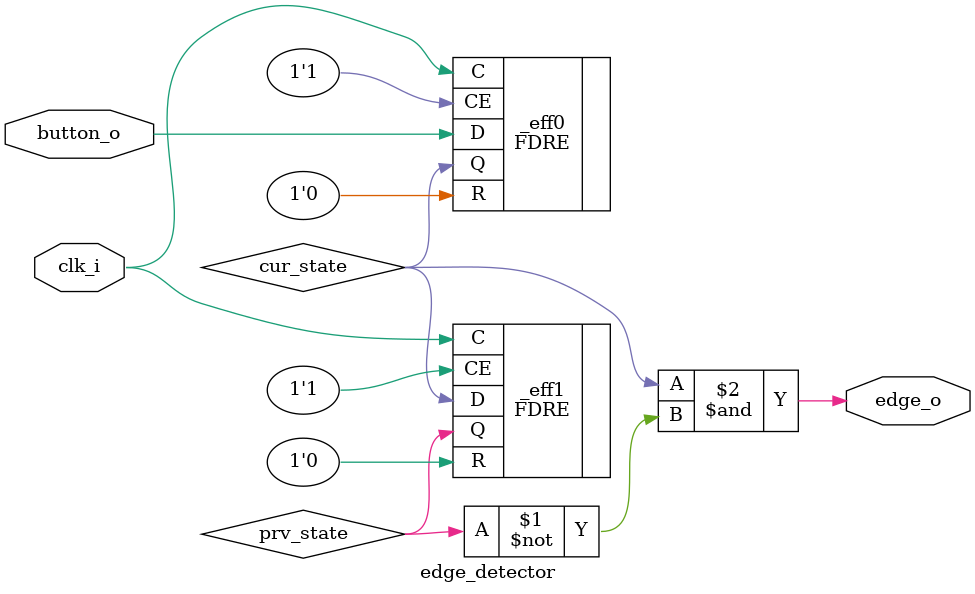
<source format=v>
`timescale 1ns / 1ps

// Edge Detector – Generates single-cycle pulses on button presses.
module edge_detector(
    input clk_i,        // Page 5: Connect the clk inputs of the Edge Detector and Counters to a net named clkin.
    input button_o,     // Page 4: Pushbuttons btnU and btnD will be connected to the input of an Edge Detector.
                        // btnU or btnD or btnL
    output edge_o       // Single clock cycle pulse on rising edge of button
);

    // Two-stage synchronizer: reduces metastability risk and aligns to clk_i domain.
    wire cur_state, prv_state;
    
    // Page 1: Using the FDRE module that is part of the "built-in" Unisim library.
    // F = Flip-flop | D = D-type | R = synchronous Reset input | E = clock Enable
    
    // .INIT(1'b0): sets initial Q=0 **once at FPGA configuration time** (power-up). 
    // .C(clk_i): main clock input - defines *when* the flip-flop samples D (on rising edge)
    // .R(1'b0): synchronous reset (inactive here) - can force Q to 0 regardless of D
    // .CE(1'b1): clock enable (always ON) - allows capturing new data every clock cycle
    // .D(button_o): input button signal (asynchronous) to be synchronized
    // .Q(cur_state): synchronized output, updated on the next rising clock edge
    FDRE #(.INIT(1'b0)) // Create an FDRE flip-flop #1 (first synchronizer stage)
        _eff0 (.C(clk_i), .R(1'b0), .CE(1'b1), .D(button_o), .Q(cur_state));

    // ---------- Flip-Flop Stage 2 ----------
    // Captures cur_state one clock later to provide a "previous state" version.
    FDRE #(.INIT(1'b0)) // Create an FDRE flip-flop #2 (second synchronizer stage)
        _eff1 (.C(clk_i), .R(1'b0), .CE(1'b1), .D(cur_state), .Q(prv_state));
    
    // Page 4: generate a high value for one clock cycle if the past two inputs consist of a 0 followed by a 1.
    assign edge_o = cur_state & ~prv_state; // Rising-edge detect: current=1 & previous=0 → 1-clock pulse

endmodule
</source>
